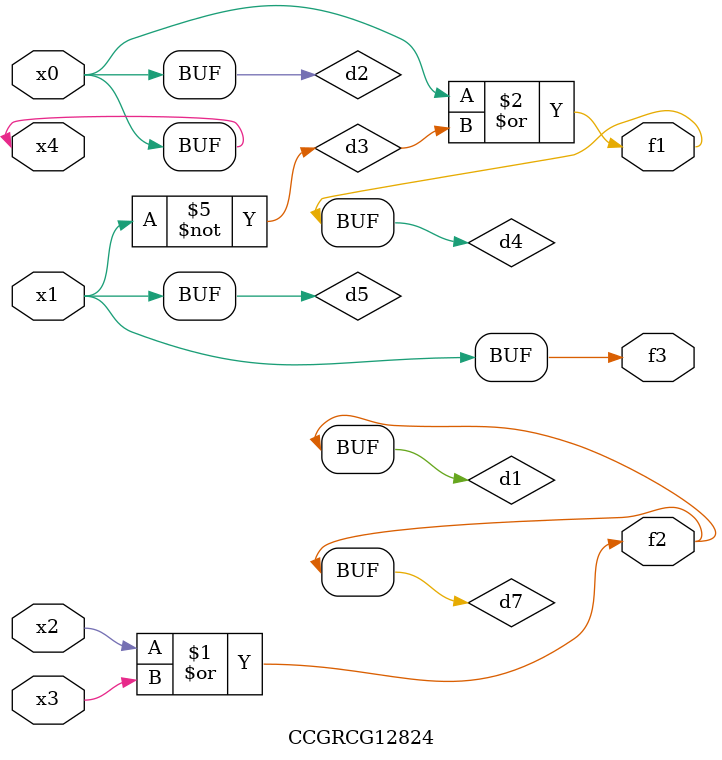
<source format=v>
module CCGRCG12824(
	input x0, x1, x2, x3, x4,
	output f1, f2, f3
);

	wire d1, d2, d3, d4, d5, d6, d7;

	or (d1, x2, x3);
	buf (d2, x0, x4);
	not (d3, x1);
	or (d4, d2, d3);
	not (d5, d3);
	nand (d6, d1, d3);
	or (d7, d1);
	assign f1 = d4;
	assign f2 = d7;
	assign f3 = d5;
endmodule

</source>
